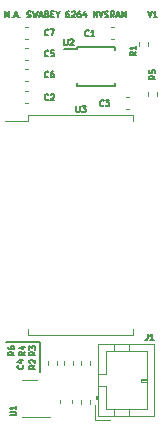
<source format=gbr>
%TF.GenerationSoftware,KiCad,Pcbnew,(6.0.9)*%
%TF.CreationDate,2022-11-12T13:13:34-05:00*%
%TF.ProjectId,6264_NVSRAM_MOD,36323634-5f4e-4565-9352-414d5f4d4f44,rev?*%
%TF.SameCoordinates,Original*%
%TF.FileFunction,Legend,Top*%
%TF.FilePolarity,Positive*%
%FSLAX46Y46*%
G04 Gerber Fmt 4.6, Leading zero omitted, Abs format (unit mm)*
G04 Created by KiCad (PCBNEW (6.0.9)) date 2022-11-12 13:13:34*
%MOMM*%
%LPD*%
G01*
G04 APERTURE LIST*
%ADD10C,0.127000*%
%ADD11C,0.120000*%
%ADD12C,0.150000*%
G04 APERTURE END LIST*
D10*
X115951000Y-88138000D02*
X115951000Y-85598000D01*
X115951000Y-85598000D02*
X113030000Y-85598000D01*
X112979502Y-58141809D02*
X112979502Y-57633809D01*
X113148835Y-57996666D01*
X113318169Y-57633809D01*
X113318169Y-58141809D01*
X113560073Y-58093428D02*
X113584264Y-58117619D01*
X113560073Y-58141809D01*
X113535883Y-58117619D01*
X113560073Y-58093428D01*
X113560073Y-58141809D01*
X113777788Y-57996666D02*
X114019692Y-57996666D01*
X113729407Y-58141809D02*
X113898740Y-57633809D01*
X114068073Y-58141809D01*
X114237407Y-58093428D02*
X114261597Y-58117619D01*
X114237407Y-58141809D01*
X114213216Y-58117619D01*
X114237407Y-58093428D01*
X114237407Y-58141809D01*
X114842169Y-58117619D02*
X114914740Y-58141809D01*
X115035692Y-58141809D01*
X115084073Y-58117619D01*
X115108264Y-58093428D01*
X115132454Y-58045047D01*
X115132454Y-57996666D01*
X115108264Y-57948285D01*
X115084073Y-57924095D01*
X115035692Y-57899904D01*
X114938930Y-57875714D01*
X114890550Y-57851523D01*
X114866359Y-57827333D01*
X114842169Y-57778952D01*
X114842169Y-57730571D01*
X114866359Y-57682190D01*
X114890550Y-57658000D01*
X114938930Y-57633809D01*
X115059883Y-57633809D01*
X115132454Y-57658000D01*
X115301788Y-57633809D02*
X115422740Y-58141809D01*
X115519502Y-57778952D01*
X115616264Y-58141809D01*
X115737216Y-57633809D01*
X115906550Y-57996666D02*
X116148454Y-57996666D01*
X115858169Y-58141809D02*
X116027502Y-57633809D01*
X116196835Y-58141809D01*
X116535502Y-57875714D02*
X116608073Y-57899904D01*
X116632264Y-57924095D01*
X116656454Y-57972476D01*
X116656454Y-58045047D01*
X116632264Y-58093428D01*
X116608073Y-58117619D01*
X116559692Y-58141809D01*
X116366169Y-58141809D01*
X116366169Y-57633809D01*
X116535502Y-57633809D01*
X116583883Y-57658000D01*
X116608073Y-57682190D01*
X116632264Y-57730571D01*
X116632264Y-57778952D01*
X116608073Y-57827333D01*
X116583883Y-57851523D01*
X116535502Y-57875714D01*
X116366169Y-57875714D01*
X116874169Y-57875714D02*
X117043502Y-57875714D01*
X117116073Y-58141809D02*
X116874169Y-58141809D01*
X116874169Y-57633809D01*
X117116073Y-57633809D01*
X117430550Y-57899904D02*
X117430550Y-58141809D01*
X117261216Y-57633809D02*
X117430550Y-57899904D01*
X117599883Y-57633809D01*
X118373978Y-57633809D02*
X118277216Y-57633809D01*
X118228835Y-57658000D01*
X118204645Y-57682190D01*
X118156264Y-57754761D01*
X118132073Y-57851523D01*
X118132073Y-58045047D01*
X118156264Y-58093428D01*
X118180454Y-58117619D01*
X118228835Y-58141809D01*
X118325597Y-58141809D01*
X118373978Y-58117619D01*
X118398169Y-58093428D01*
X118422359Y-58045047D01*
X118422359Y-57924095D01*
X118398169Y-57875714D01*
X118373978Y-57851523D01*
X118325597Y-57827333D01*
X118228835Y-57827333D01*
X118180454Y-57851523D01*
X118156264Y-57875714D01*
X118132073Y-57924095D01*
X118615883Y-57682190D02*
X118640073Y-57658000D01*
X118688454Y-57633809D01*
X118809407Y-57633809D01*
X118857788Y-57658000D01*
X118881978Y-57682190D01*
X118906169Y-57730571D01*
X118906169Y-57778952D01*
X118881978Y-57851523D01*
X118591692Y-58141809D01*
X118906169Y-58141809D01*
X119341597Y-57633809D02*
X119244835Y-57633809D01*
X119196454Y-57658000D01*
X119172264Y-57682190D01*
X119123883Y-57754761D01*
X119099692Y-57851523D01*
X119099692Y-58045047D01*
X119123883Y-58093428D01*
X119148073Y-58117619D01*
X119196454Y-58141809D01*
X119293216Y-58141809D01*
X119341597Y-58117619D01*
X119365788Y-58093428D01*
X119389978Y-58045047D01*
X119389978Y-57924095D01*
X119365788Y-57875714D01*
X119341597Y-57851523D01*
X119293216Y-57827333D01*
X119196454Y-57827333D01*
X119148073Y-57851523D01*
X119123883Y-57875714D01*
X119099692Y-57924095D01*
X119825407Y-57803142D02*
X119825407Y-58141809D01*
X119704454Y-57609619D02*
X119583502Y-57972476D01*
X119897978Y-57972476D01*
X120478550Y-58141809D02*
X120478550Y-57633809D01*
X120768835Y-58141809D01*
X120768835Y-57633809D01*
X120938169Y-57633809D02*
X121107502Y-58141809D01*
X121276835Y-57633809D01*
X121421978Y-58117619D02*
X121494550Y-58141809D01*
X121615502Y-58141809D01*
X121663883Y-58117619D01*
X121688073Y-58093428D01*
X121712264Y-58045047D01*
X121712264Y-57996666D01*
X121688073Y-57948285D01*
X121663883Y-57924095D01*
X121615502Y-57899904D01*
X121518740Y-57875714D01*
X121470359Y-57851523D01*
X121446169Y-57827333D01*
X121421978Y-57778952D01*
X121421978Y-57730571D01*
X121446169Y-57682190D01*
X121470359Y-57658000D01*
X121518740Y-57633809D01*
X121639692Y-57633809D01*
X121712264Y-57658000D01*
X122220264Y-58141809D02*
X122050930Y-57899904D01*
X121929978Y-58141809D02*
X121929978Y-57633809D01*
X122123502Y-57633809D01*
X122171883Y-57658000D01*
X122196073Y-57682190D01*
X122220264Y-57730571D01*
X122220264Y-57803142D01*
X122196073Y-57851523D01*
X122171883Y-57875714D01*
X122123502Y-57899904D01*
X121929978Y-57899904D01*
X122413788Y-57996666D02*
X122655692Y-57996666D01*
X122365407Y-58141809D02*
X122534740Y-57633809D01*
X122704073Y-58141809D01*
X122873407Y-58141809D02*
X122873407Y-57633809D01*
X123042740Y-57996666D01*
X123212073Y-57633809D01*
X123212073Y-58141809D01*
X125064761Y-57633809D02*
X125234095Y-58141809D01*
X125403428Y-57633809D01*
X125838857Y-58141809D02*
X125548571Y-58141809D01*
X125693714Y-58141809D02*
X125693714Y-57633809D01*
X125645333Y-57706380D01*
X125596952Y-57754761D01*
X125548571Y-57778952D01*
%TO.C,U3*%
X118992952Y-65634809D02*
X118992952Y-66046047D01*
X119017142Y-66094428D01*
X119041333Y-66118619D01*
X119089714Y-66142809D01*
X119186476Y-66142809D01*
X119234857Y-66118619D01*
X119259047Y-66094428D01*
X119283238Y-66046047D01*
X119283238Y-65634809D01*
X119476761Y-65634809D02*
X119791238Y-65634809D01*
X119621904Y-65828333D01*
X119694476Y-65828333D01*
X119742857Y-65852523D01*
X119767047Y-65876714D01*
X119791238Y-65925095D01*
X119791238Y-66046047D01*
X119767047Y-66094428D01*
X119742857Y-66118619D01*
X119694476Y-66142809D01*
X119549333Y-66142809D01*
X119500952Y-66118619D01*
X119476761Y-66094428D01*
%TO.C,U2*%
X117976952Y-59977831D02*
X117976952Y-60389069D01*
X118001142Y-60437450D01*
X118025333Y-60461641D01*
X118073714Y-60485831D01*
X118170476Y-60485831D01*
X118218857Y-60461641D01*
X118243047Y-60437450D01*
X118267238Y-60389069D01*
X118267238Y-59977831D01*
X118484952Y-60026212D02*
X118509142Y-60002022D01*
X118557523Y-59977831D01*
X118678476Y-59977831D01*
X118726857Y-60002022D01*
X118751047Y-60026212D01*
X118775238Y-60074593D01*
X118775238Y-60122974D01*
X118751047Y-60195545D01*
X118460761Y-60485831D01*
X118775238Y-60485831D01*
%TO.C,R1*%
X124054809Y-61044666D02*
X123812904Y-61214000D01*
X124054809Y-61334952D02*
X123546809Y-61334952D01*
X123546809Y-61141428D01*
X123571000Y-61093047D01*
X123595190Y-61068857D01*
X123643571Y-61044666D01*
X123716142Y-61044666D01*
X123764523Y-61068857D01*
X123788714Y-61093047D01*
X123812904Y-61141428D01*
X123812904Y-61334952D01*
X124054809Y-60560857D02*
X124054809Y-60851142D01*
X124054809Y-60706000D02*
X123546809Y-60706000D01*
X123619380Y-60754380D01*
X123667761Y-60802761D01*
X123691952Y-60851142D01*
%TO.C,R2*%
X115545809Y-87587666D02*
X115303904Y-87757000D01*
X115545809Y-87877952D02*
X115037809Y-87877952D01*
X115037809Y-87684428D01*
X115062000Y-87636047D01*
X115086190Y-87611857D01*
X115134571Y-87587666D01*
X115207142Y-87587666D01*
X115255523Y-87611857D01*
X115279714Y-87636047D01*
X115303904Y-87684428D01*
X115303904Y-87877952D01*
X115086190Y-87394142D02*
X115062000Y-87369952D01*
X115037809Y-87321571D01*
X115037809Y-87200619D01*
X115062000Y-87152238D01*
X115086190Y-87128047D01*
X115134571Y-87103857D01*
X115182952Y-87103857D01*
X115255523Y-87128047D01*
X115545809Y-87418333D01*
X115545809Y-87103857D01*
%TO.C,J1*%
X125052666Y-84938809D02*
X125052666Y-85301666D01*
X125028476Y-85374238D01*
X124980095Y-85422619D01*
X124907523Y-85446809D01*
X124859142Y-85446809D01*
X125560666Y-85446809D02*
X125270380Y-85446809D01*
X125415523Y-85446809D02*
X125415523Y-84938809D01*
X125367142Y-85011380D01*
X125318761Y-85059761D01*
X125270380Y-85083952D01*
%TO.C,C1*%
X120057333Y-59675450D02*
X120033142Y-59699641D01*
X119960571Y-59723831D01*
X119912190Y-59723831D01*
X119839619Y-59699641D01*
X119791238Y-59651260D01*
X119767047Y-59602879D01*
X119742857Y-59506117D01*
X119742857Y-59433545D01*
X119767047Y-59336783D01*
X119791238Y-59288402D01*
X119839619Y-59240022D01*
X119912190Y-59215831D01*
X119960571Y-59215831D01*
X120033142Y-59240022D01*
X120057333Y-59264212D01*
X120541142Y-59723831D02*
X120250857Y-59723831D01*
X120396000Y-59723831D02*
X120396000Y-59215831D01*
X120347619Y-59288402D01*
X120299238Y-59336783D01*
X120250857Y-59360974D01*
%TO.C,R3*%
X115545809Y-86444666D02*
X115303904Y-86614000D01*
X115545809Y-86734952D02*
X115037809Y-86734952D01*
X115037809Y-86541428D01*
X115062000Y-86493047D01*
X115086190Y-86468857D01*
X115134571Y-86444666D01*
X115207142Y-86444666D01*
X115255523Y-86468857D01*
X115279714Y-86493047D01*
X115303904Y-86541428D01*
X115303904Y-86734952D01*
X115037809Y-86275333D02*
X115037809Y-85960857D01*
X115231333Y-86130190D01*
X115231333Y-86057619D01*
X115255523Y-86009238D01*
X115279714Y-85985047D01*
X115328095Y-85960857D01*
X115449047Y-85960857D01*
X115497428Y-85985047D01*
X115521619Y-86009238D01*
X115545809Y-86057619D01*
X115545809Y-86202761D01*
X115521619Y-86251142D01*
X115497428Y-86275333D01*
%TO.C,U1*%
X113386809Y-91827047D02*
X113798047Y-91827047D01*
X113846428Y-91802857D01*
X113870619Y-91778666D01*
X113894809Y-91730285D01*
X113894809Y-91633523D01*
X113870619Y-91585142D01*
X113846428Y-91560952D01*
X113798047Y-91536761D01*
X113386809Y-91536761D01*
X113894809Y-91028761D02*
X113894809Y-91319047D01*
X113894809Y-91173904D02*
X113386809Y-91173904D01*
X113459380Y-91222285D01*
X113507761Y-91270666D01*
X113531952Y-91319047D01*
%TO.C,R4*%
X114656809Y-86444666D02*
X114414904Y-86614000D01*
X114656809Y-86734952D02*
X114148809Y-86734952D01*
X114148809Y-86541428D01*
X114173000Y-86493047D01*
X114197190Y-86468857D01*
X114245571Y-86444666D01*
X114318142Y-86444666D01*
X114366523Y-86468857D01*
X114390714Y-86493047D01*
X114414904Y-86541428D01*
X114414904Y-86734952D01*
X114318142Y-86009238D02*
X114656809Y-86009238D01*
X114124619Y-86130190D02*
X114487476Y-86251142D01*
X114487476Y-85936666D01*
%TO.C,C6*%
X116628333Y-63173428D02*
X116604142Y-63197619D01*
X116531571Y-63221809D01*
X116483190Y-63221809D01*
X116410619Y-63197619D01*
X116362238Y-63149238D01*
X116338047Y-63100857D01*
X116313857Y-63004095D01*
X116313857Y-62931523D01*
X116338047Y-62834761D01*
X116362238Y-62786380D01*
X116410619Y-62738000D01*
X116483190Y-62713809D01*
X116531571Y-62713809D01*
X116604142Y-62738000D01*
X116628333Y-62762190D01*
X117063761Y-62713809D02*
X116967000Y-62713809D01*
X116918619Y-62738000D01*
X116894428Y-62762190D01*
X116846047Y-62834761D01*
X116821857Y-62931523D01*
X116821857Y-63125047D01*
X116846047Y-63173428D01*
X116870238Y-63197619D01*
X116918619Y-63221809D01*
X117015380Y-63221809D01*
X117063761Y-63197619D01*
X117087952Y-63173428D01*
X117112142Y-63125047D01*
X117112142Y-63004095D01*
X117087952Y-62955714D01*
X117063761Y-62931523D01*
X117015380Y-62907333D01*
X116918619Y-62907333D01*
X116870238Y-62931523D01*
X116846047Y-62955714D01*
X116821857Y-63004095D01*
%TO.C,C2*%
X116628333Y-65078428D02*
X116604142Y-65102619D01*
X116531571Y-65126809D01*
X116483190Y-65126809D01*
X116410619Y-65102619D01*
X116362238Y-65054238D01*
X116338047Y-65005857D01*
X116313857Y-64909095D01*
X116313857Y-64836523D01*
X116338047Y-64739761D01*
X116362238Y-64691380D01*
X116410619Y-64643000D01*
X116483190Y-64618809D01*
X116531571Y-64618809D01*
X116604142Y-64643000D01*
X116628333Y-64667190D01*
X116821857Y-64667190D02*
X116846047Y-64643000D01*
X116894428Y-64618809D01*
X117015380Y-64618809D01*
X117063761Y-64643000D01*
X117087952Y-64667190D01*
X117112142Y-64715571D01*
X117112142Y-64763952D01*
X117087952Y-64836523D01*
X116797666Y-65126809D01*
X117112142Y-65126809D01*
%TO.C,C5*%
X116628333Y-61395428D02*
X116604142Y-61419619D01*
X116531571Y-61443809D01*
X116483190Y-61443809D01*
X116410619Y-61419619D01*
X116362238Y-61371238D01*
X116338047Y-61322857D01*
X116313857Y-61226095D01*
X116313857Y-61153523D01*
X116338047Y-61056761D01*
X116362238Y-61008380D01*
X116410619Y-60960000D01*
X116483190Y-60935809D01*
X116531571Y-60935809D01*
X116604142Y-60960000D01*
X116628333Y-60984190D01*
X117087952Y-60935809D02*
X116846047Y-60935809D01*
X116821857Y-61177714D01*
X116846047Y-61153523D01*
X116894428Y-61129333D01*
X117015380Y-61129333D01*
X117063761Y-61153523D01*
X117087952Y-61177714D01*
X117112142Y-61226095D01*
X117112142Y-61347047D01*
X117087952Y-61395428D01*
X117063761Y-61419619D01*
X117015380Y-61443809D01*
X116894428Y-61443809D01*
X116846047Y-61419619D01*
X116821857Y-61395428D01*
%TO.C,C3*%
X121327333Y-65586428D02*
X121303142Y-65610619D01*
X121230571Y-65634809D01*
X121182190Y-65634809D01*
X121109619Y-65610619D01*
X121061238Y-65562238D01*
X121037047Y-65513857D01*
X121012857Y-65417095D01*
X121012857Y-65344523D01*
X121037047Y-65247761D01*
X121061238Y-65199380D01*
X121109619Y-65151000D01*
X121182190Y-65126809D01*
X121230571Y-65126809D01*
X121303142Y-65151000D01*
X121327333Y-65175190D01*
X121496666Y-65126809D02*
X121811142Y-65126809D01*
X121641809Y-65320333D01*
X121714380Y-65320333D01*
X121762761Y-65344523D01*
X121786952Y-65368714D01*
X121811142Y-65417095D01*
X121811142Y-65538047D01*
X121786952Y-65586428D01*
X121762761Y-65610619D01*
X121714380Y-65634809D01*
X121569238Y-65634809D01*
X121520857Y-65610619D01*
X121496666Y-65586428D01*
%TO.C,C7*%
X116628333Y-59617428D02*
X116604142Y-59641619D01*
X116531571Y-59665809D01*
X116483190Y-59665809D01*
X116410619Y-59641619D01*
X116362238Y-59593238D01*
X116338047Y-59544857D01*
X116313857Y-59448095D01*
X116313857Y-59375523D01*
X116338047Y-59278761D01*
X116362238Y-59230380D01*
X116410619Y-59182000D01*
X116483190Y-59157809D01*
X116531571Y-59157809D01*
X116604142Y-59182000D01*
X116628333Y-59206190D01*
X116797666Y-59157809D02*
X117136333Y-59157809D01*
X116918619Y-59665809D01*
%TO.C,R6*%
X113767809Y-86444666D02*
X113525904Y-86614000D01*
X113767809Y-86734952D02*
X113259809Y-86734952D01*
X113259809Y-86541428D01*
X113284000Y-86493047D01*
X113308190Y-86468857D01*
X113356571Y-86444666D01*
X113429142Y-86444666D01*
X113477523Y-86468857D01*
X113501714Y-86493047D01*
X113525904Y-86541428D01*
X113525904Y-86734952D01*
X113259809Y-86009238D02*
X113259809Y-86106000D01*
X113284000Y-86154380D01*
X113308190Y-86178571D01*
X113380761Y-86226952D01*
X113477523Y-86251142D01*
X113671047Y-86251142D01*
X113719428Y-86226952D01*
X113743619Y-86202761D01*
X113767809Y-86154380D01*
X113767809Y-86057619D01*
X113743619Y-86009238D01*
X113719428Y-85985047D01*
X113671047Y-85960857D01*
X113550095Y-85960857D01*
X113501714Y-85985047D01*
X113477523Y-86009238D01*
X113453333Y-86057619D01*
X113453333Y-86154380D01*
X113477523Y-86202761D01*
X113501714Y-86226952D01*
X113550095Y-86251142D01*
%TO.C,C4*%
X114481428Y-87587666D02*
X114505619Y-87611857D01*
X114529809Y-87684428D01*
X114529809Y-87732809D01*
X114505619Y-87805380D01*
X114457238Y-87853761D01*
X114408857Y-87877952D01*
X114312095Y-87902142D01*
X114239523Y-87902142D01*
X114142761Y-87877952D01*
X114094380Y-87853761D01*
X114046000Y-87805380D01*
X114021809Y-87732809D01*
X114021809Y-87684428D01*
X114046000Y-87611857D01*
X114070190Y-87587666D01*
X114191142Y-87152238D02*
X114529809Y-87152238D01*
X113997619Y-87273190D02*
X114360476Y-87394142D01*
X114360476Y-87079666D01*
%TO.C,R5*%
X125705809Y-63076666D02*
X125463904Y-63246000D01*
X125705809Y-63366952D02*
X125197809Y-63366952D01*
X125197809Y-63173428D01*
X125222000Y-63125047D01*
X125246190Y-63100857D01*
X125294571Y-63076666D01*
X125367142Y-63076666D01*
X125415523Y-63100857D01*
X125439714Y-63125047D01*
X125463904Y-63173428D01*
X125463904Y-63366952D01*
X125197809Y-62617047D02*
X125197809Y-62858952D01*
X125439714Y-62883142D01*
X125415523Y-62858952D01*
X125391333Y-62810571D01*
X125391333Y-62689619D01*
X125415523Y-62641238D01*
X125439714Y-62617047D01*
X125488095Y-62592857D01*
X125609047Y-62592857D01*
X125657428Y-62617047D01*
X125681619Y-62641238D01*
X125705809Y-62689619D01*
X125705809Y-62810571D01*
X125681619Y-62858952D01*
X125657428Y-62883142D01*
D11*
%TO.C,U3*%
X123833250Y-66387250D02*
X123833250Y-66877000D01*
X114926750Y-66387250D02*
X114926750Y-66877000D01*
X119380000Y-84996750D02*
X114926750Y-84996750D01*
X114926750Y-84996750D02*
X114926750Y-84507000D01*
X119380000Y-66387250D02*
X123833250Y-66387250D01*
X123833250Y-84996750D02*
X123833250Y-84507000D01*
X114926750Y-66877000D02*
X112930000Y-66877000D01*
X119380000Y-84996750D02*
X123833250Y-84996750D01*
X119380000Y-66387250D02*
X114926750Y-66387250D01*
D12*
%TO.C,U2*%
X119025000Y-63913022D02*
X119025000Y-63688022D01*
X122275000Y-60663022D02*
X122275000Y-60888022D01*
X122275000Y-63913022D02*
X122275000Y-63688022D01*
X119025000Y-60663022D02*
X119025000Y-60788022D01*
X119025000Y-63913022D02*
X122275000Y-63913022D01*
X119025000Y-60663022D02*
X122275000Y-60663022D01*
X119025000Y-60788022D02*
X117950000Y-60788022D01*
D11*
%TO.C,R1*%
X125094000Y-60182779D02*
X125094000Y-60518021D01*
X124334000Y-60182779D02*
X124334000Y-60518021D01*
%TO.C,R2*%
X120188866Y-90845621D02*
X120188866Y-90510379D01*
X119428866Y-90845621D02*
X119428866Y-90510379D01*
%TO.C,J1*%
X124982000Y-91315200D02*
X124982000Y-86415200D01*
X120872000Y-90165200D02*
X120672000Y-90165200D01*
X120672000Y-90165200D02*
X120672000Y-90465200D01*
X123482000Y-85805200D02*
X123482000Y-86415200D01*
X124982000Y-86415200D02*
X121482000Y-86415200D01*
X124482000Y-88765200D02*
X124982000Y-88765200D01*
X120572000Y-90975200D02*
X120572000Y-92225200D01*
X123482000Y-91925200D02*
X123482000Y-91315200D01*
X121482000Y-89365200D02*
X121482000Y-91315200D01*
X124982000Y-88965200D02*
X124482000Y-88965200D01*
X121482000Y-91315200D02*
X124982000Y-91315200D01*
X122182000Y-91925200D02*
X122182000Y-91315200D01*
X124482000Y-88965200D02*
X124482000Y-88765200D01*
X125592000Y-91925200D02*
X125592000Y-85805200D01*
X120572000Y-92225200D02*
X121822000Y-92225200D01*
X120872000Y-89365200D02*
X121482000Y-89365200D01*
X125592000Y-85805200D02*
X120872000Y-85805200D01*
X120672000Y-90465200D02*
X120872000Y-90465200D01*
X124982000Y-88865200D02*
X124482000Y-88865200D01*
X120772000Y-90165200D02*
X120772000Y-90465200D01*
X121482000Y-88365200D02*
X120872000Y-88365200D01*
X122182000Y-85805200D02*
X122182000Y-86415200D01*
X120872000Y-91925200D02*
X125592000Y-91925200D01*
X121482000Y-86415200D02*
X121482000Y-88365200D01*
X120872000Y-85805200D02*
X120872000Y-91925200D01*
%TO.C,C1*%
X122187580Y-58984022D02*
X121906420Y-58984022D01*
X122187580Y-60004022D02*
X121906420Y-60004022D01*
%TO.C,R3*%
X119428866Y-87543621D02*
X119428866Y-87208379D01*
X120188866Y-87543621D02*
X120188866Y-87208379D01*
%TO.C,U1*%
X115062000Y-91984000D02*
X114412000Y-91984000D01*
X115062000Y-91984000D02*
X116737000Y-91984000D01*
X115062000Y-88864000D02*
X115712000Y-88864000D01*
X115062000Y-88864000D02*
X114412000Y-88864000D01*
%TO.C,R4*%
X118744000Y-87543621D02*
X118744000Y-87208379D01*
X117984000Y-87543621D02*
X117984000Y-87208379D01*
%TO.C,C6*%
X114667420Y-63502000D02*
X114948580Y-63502000D01*
X114667420Y-62482000D02*
X114948580Y-62482000D01*
%TO.C,C2*%
X114667420Y-65407000D02*
X114948580Y-65407000D01*
X114667420Y-64387000D02*
X114948580Y-64387000D01*
%TO.C,C5*%
X114667420Y-60704000D02*
X114948580Y-60704000D01*
X114667420Y-61724000D02*
X114948580Y-61724000D01*
%TO.C,C3*%
X123457580Y-65915000D02*
X123176420Y-65915000D01*
X123457580Y-64895000D02*
X123176420Y-64895000D01*
%TO.C,C7*%
X114667420Y-58926000D02*
X114948580Y-58926000D01*
X114667420Y-59946000D02*
X114948580Y-59946000D01*
%TO.C,R6*%
X116587000Y-87543621D02*
X116587000Y-87208379D01*
X117347000Y-87543621D02*
X117347000Y-87208379D01*
%TO.C,C4*%
X118620000Y-90818580D02*
X118620000Y-90537420D01*
X117600000Y-90818580D02*
X117600000Y-90537420D01*
%TO.C,R5*%
X125096000Y-64475379D02*
X125096000Y-64810621D01*
X125856000Y-64475379D02*
X125856000Y-64810621D01*
%TD*%
M02*

</source>
